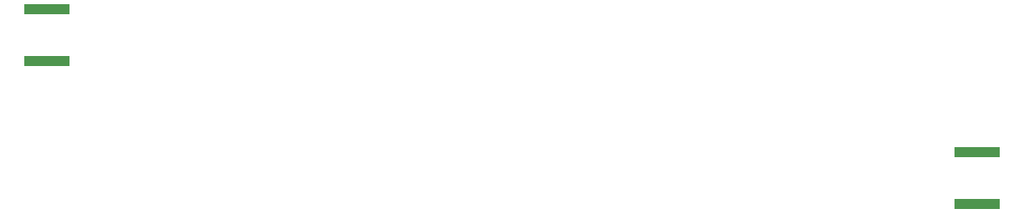
<source format=gbp>
G04*
G04 #@! TF.GenerationSoftware,Altium Limited,Altium Designer,20.1.12 (249)*
G04*
G04 Layer_Color=128*
%FSLAX25Y25*%
%MOIN*%
G70*
G04*
G04 #@! TF.SameCoordinates,B43397F4-0A5E-4D4A-B50E-CAD48B1EF134*
G04*
G04*
G04 #@! TF.FilePolarity,Positive*
G04*
G01*
G75*
%ADD14R,0.17953X0.03937*%
D14*
X12665Y95843D02*
D03*
Y75213D02*
D03*
X383004Y38952D02*
D03*
Y18322D02*
D03*
M02*

</source>
